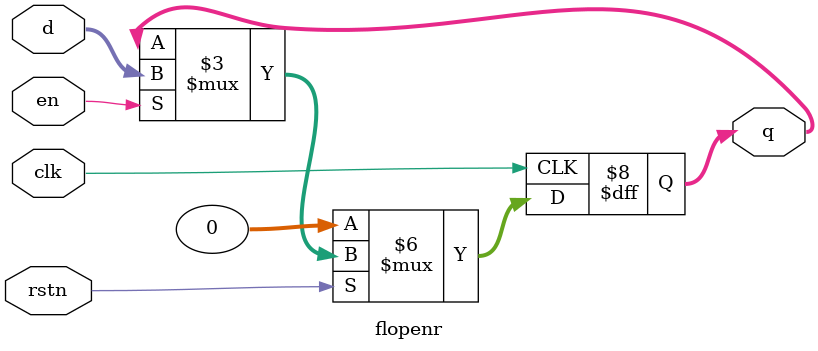
<source format=sv>
`default_nettype none

module mux2 (input  wire logic [31:0] d0, d1,
             input  wire logic        s,
             output logic      [31:0] y);

  assign y = s ? d1 : d0;

endmodule

module mux3 (input  wire logic [31:0] d0, d1, d2,
             input  wire logic [1:0]  s,
             output logic      [31:0] y);

  assign y = s[1] ? d2 : (s[0] ? d1 : d0);    // need #1 like harris chap7 ans?

endmodule

module mux4 (input  wire logic [31:0] d0, d1, d2, d3,
             input  wire logic [1:0]  s,
             output logic      [31:0] y);

  always_comb
    case(s)
      2'b00: y = d0;    // = or <= ?
      2'b01: y = d1;
      2'b10: y = d2;
      2'b11: y = d3;
    endcase

endmodule

module flopr (input  wire logic        clk, rstn,
              input  wire logic [31:0] d,
              output logic      [31:0] q);

  always_ff @(posedge clk)
    if (~rstn) q <= 32'b0;
    else       q <= d;

endmodule

module flopenr (input  wire logic        clk, rstn,
                input  wire logic        en,
                input  wire logic [31:0] d,
                output logic      [31:0] q);

 always_ff @(posedge clk)
   if      (~rstn) q <= 32'b0;
   else if (en)    q <= d;

endmodule

`default_nettype wire

</source>
